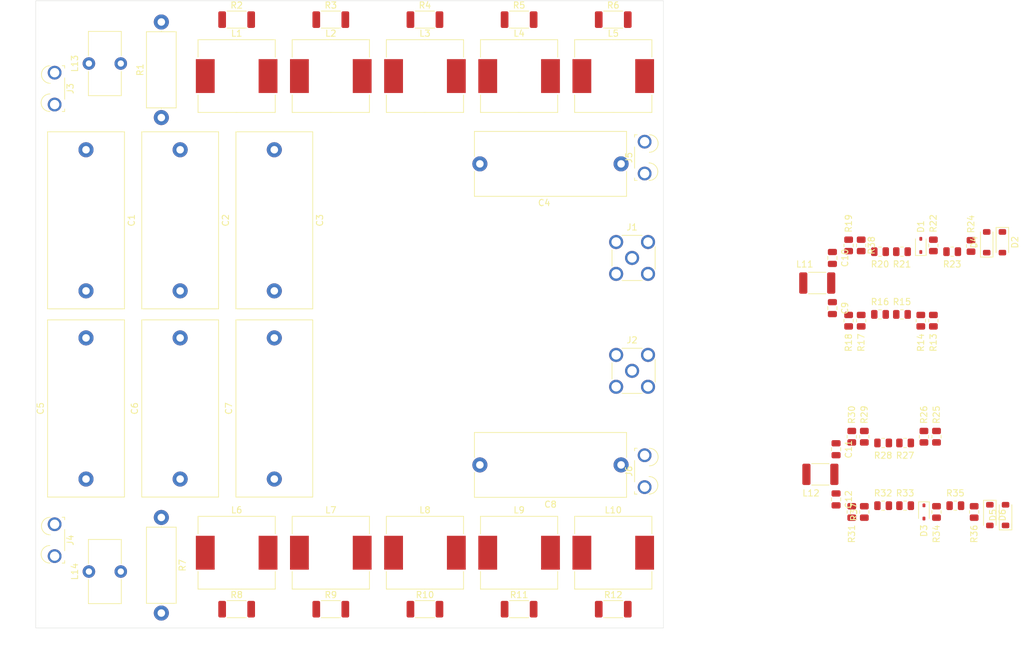
<source format=kicad_pcb>
(kicad_pcb (version 20241228) (generator "pcbnew") (generator_version "9.0")
  (layers (0 "F.Cu" signal) (2 "B.Cu" signal) (13 "F.Paste" user) (15 "B.Paste" user) (5 "F.SilkS" user "F.Silkscreen") (7 "B.SilkS" user "B.Silkscreen") (1 "F.Mask" user) (3 "B.Mask" user) (25 "Edge.Cuts" user))
  (net 0 "")
  (net 1 "Net-(C1-Pad1)")
  (net 2 "GND")
  (net 3 "Net-(C11-Pad1)")
  (net 8 "Net-(L14-Pad2)")
  (net 9 "L_det")
  (net 10 "Net-(J5-Pin_1)")
  (net 11 "Net-(L1-Pad2)")
  (net 12 "Net-(L1-Pad1)")
  (net 13 "Net-(L2-Pad2)")
  (net 14 "Net-(L3-Pad2)")
  (net 15 "Net-(L4-Pad2)")
  (net 16 "Net-(L7-Pad2)")
  (net 17 "Net-(L10-Pad1)")
  (net 18 "Net-(C10-Pad1)")
  (net 19 "N_det")
  (net 20 "Net-(C10-Pad2)")
  (net 21 "Net-(J6-Pin_1)")
  (net 22 "Net-(D2-A)")
  (net 23 "Net-(C5-Pad1)")
  (net 24 "Net-(D5-A)")
  (net 25 "Net-(C9-Pad1)")
  (net 26 "Net-(C11-Pad2)")
  (net 27 "Net-(C12-Pad2)")
  (net 28 "Net-(L6-Pad2)")
  (net 29 "Net-(L8-Pad2)")
  (net 30 "Net-(J3-Pin_1)")
  (net 31 "Net-(R15-Pad2)")
  (net 32 "Net-(R20-Pad1)")
  (net 33 "Net-(J4-Pin_1)")
  (net 34 "Net-(R27-Pad2)")
  (net 35 "Net-(R32-Pad1)")
  (net 36 "Net-(D1-A1)")
  (net 37 "Net-(D3-A1)")
  (footprint "Resistor_SMD:R_0805_2012Metric" (layer "F.Cu") (at 214.5 130.5 180)
    (property "Reference" "R35" (at 0 2 0) (layer "F.SilkS"))
    (property "Value" "12R")
    (pad "1" smd roundrect (at -0.9125 0 180) (size 1.025 1.4) (layers "F.Cu" "F.Mask" "F.Paste") (roundrect_rratio 0.243902) (net 24 "Net-(D5-A)"))
    (pad "2" smd roundrect (at 0.9125 0 180) (size 1.025 1.4) (layers "F.Cu" "F.Mask" "F.Paste") (roundrect_rratio 0.243902) (net 37 "Net-(D3-A1)"))
  )
  (footprint "a_project_library:L_Wuerth_HCC-1210" (layer "F.Cu") (at 130 62)
    (property "Reference" "L3" (at 0 -6.8 0) (layer "F.SilkS"))
    (property "Value" "10u")
    (pad "1" smd rect (at -5 0) (size 3 5.4) (layers "F.Cu" "F.Mask" "F.Paste") (net 13 "Net-(L2-Pad2)"))
    (pad "2" smd rect (at 5 0) (size 3 5.4) (layers "F.Cu" "F.Mask" "F.Paste") (net 14 "Net-(L3-Pad2)"))
  )
  (footprint "Resistor_SMD:R_0805_2012Metric" (layer "F.Cu") (at 211 101 90)
    (property "Reference" "R13" (at -3.5 0 90) (layer "F.SilkS"))
    (property "Value" "620R")
    (pad "1" smd roundrect (at -0.9125 0 90) (size 1.025 1.4) (layers "F.Cu" "F.Mask" "F.Paste") (roundrect_rratio 0.243902) (net 2 "GND"))
    (pad "2" smd roundrect (at 0.9125 0 90) (size 1.025 1.4) (layers "F.Cu" "F.Mask" "F.Paste") (roundrect_rratio 0.243902) (net 9 "L_det"))
  )
  (footprint "Resistor_SMD:R_2010_5025Metric" (layer "F.Cu") (at 145 147)
    (property "Reference" "R11" (at 0 -2.28 0) (layer "F.SilkS"))
    (property "Value" "R")
    (pad "1" smd roundrect (at -2.3125 0) (size 1.225 2.65) (layers "F.Cu" "F.Mask" "F.Paste") (roundrect_rratio 0.204082) (net 29 "Net-(L8-Pad2)"))
    (pad "2" smd roundrect (at 2.3125 0) (size 1.225 2.65) (layers "F.Cu" "F.Mask" "F.Paste") (roundrect_rratio 0.204082) (net 17 "Net-(L10-Pad1)"))
  )
  (footprint "a_project_library:L_Wuerth_HCC-1210" (layer "F.Cu") (at 100 62)
    (property "Reference" "L1" (at 0 -6.8 0) (layer "F.SilkS"))
    (property "Value" "10u")
    (pad "1" smd rect (at -5 0) (size 3 5.4) (layers "F.Cu" "F.Mask" "F.Paste") (net 12 "Net-(L1-Pad1)"))
    (pad "2" smd rect (at 5 0) (size 3 5.4) (layers "F.Cu" "F.Mask" "F.Paste") (net 11 "Net-(L1-Pad2)"))
  )
  (footprint "a_project_library:L_Wuerth_HCC-1210" (layer "F.Cu") (at 145 62)
    (property "Reference" "L4" (at 0 -6.8 0) (layer "F.SilkS"))
    (property "Value" "10u")
    (pad "1" smd rect (at -5 0) (size 3 5.4) (layers "F.Cu" "F.Mask" "F.Paste") (net 14 "Net-(L3-Pad2)"))
    (pad "2" smd rect (at 5 0) (size 3 5.4) (layers "F.Cu" "F.Mask" "F.Paste") (net 15 "Net-(L4-Pad2)"))
  )
  (footprint "Resistor_SMD:R_0805_2012Metric" (layer "F.Cu") (at 199.5 101 90)
    (property "Reference" "R17" (at -3.5 0 90) (layer "F.SilkS"))
    (property "Value" "430R")
    (pad "1" smd roundrect (at -0.9125 0 90) (size 1.025 1.4) (layers "F.Cu" "F.Mask" "F.Paste") (roundrect_rratio 0.243902) (net 2 "GND"))
    (pad "2" smd roundrect (at 0.9125 0 90) (size 1.025 1.4) (layers "F.Cu" "F.Mask" "F.Paste") (roundrect_rratio 0.243902) (net 25 "Net-(C9-Pad1)"))
  )
  (footprint "a_project_library:Faston_Tab_6.3x0.8" (layer "F.Cu") (at 71 136 90)
    (property "Reference" "J4" (at 0 2.5 90) (layer "F.SilkS"))
    (property "Value" "Conn_01x01_Pin")
    (pad "1" thru_hole circle (at -2.54 0 90) (size 2.2 2.2) (drill 1.5) (layers "*.Cu" "*.Mask" "In1.Cu" "In2.Cu" "In3.Cu" "In4.Cu" "In5.Cu" "In6.Cu" "In7.Cu" "In8.Cu" "In9.Cu" "In10.Cu" "In11.Cu" "In12.Cu" "In13.Cu" "In14.Cu" "In15.Cu" "In16.Cu" "In17.Cu" "In18.Cu" "In19.Cu" "In20.Cu" "In21.Cu" "In22.Cu" "In23.Cu" "In24.Cu" "In25.Cu" "In26.Cu" "In27.Cu" "In28.Cu" "In29.Cu" "In30.Cu") (net 33 "Net-(J4-Pin_1)"))
    (pad "1" thru_hole circle (at 2.54 0 90) (size 2.2 2.2) (drill 1.5) (layers "*.Cu" "*.Mask" "In1.Cu" "In2.Cu" "In3.Cu" "In4.Cu" "In5.Cu" "In6.Cu" "In7.Cu" "In8.Cu" "In9.Cu" "In10.Cu" "In11.Cu" "In12.Cu" "In13.Cu" "In14.Cu" "In15.Cu" "In16.Cu" "In17.Cu" "In18.Cu" "In19.Cu" "In20.Cu" "In21.Cu" "In22.Cu" "In23.Cu" "In24.Cu" "In25.Cu" "In26.Cu" "In27.Cu" "In28.Cu" "In29.Cu" "In30.Cu") (net 33 "Net-(J4-Pin_1)"))
  )
  (footprint "Resistor_SMD:R_2010_5025Metric" (layer "F.Cu") (at 130 53)
    (property "Reference" "R4" (at 0 -2.28 0) (layer "F.SilkS"))
    (property "Value" "R")
    (pad "1" smd roundrect (at -2.3125 0) (size 1.225 2.65) (layers "F.Cu" "F.Mask" "F.Paste") (roundrect_rratio 0.204082) (net 13 "Net-(L2-Pad2)"))
    (pad "2" smd roundrect (at 2.3125 0) (size 1.225 2.65) (layers "F.Cu" "F.Mask" "F.Paste") (roundrect_rratio 0.204082) (net 14 "Net-(L3-Pad2)"))
  )
  (footprint "Capacitor_THT:C_Rect_L24.0mm_W10.1mm_P22.50mm_MKT" (layer "F.Cu") (at 161.25 124 180)
    (property "Reference" "C8" (at 11.25 -6.3 0) (layer "F.SilkS"))
    (property "Value" "100n")
    (pad "1" thru_hole circle (at 0 0 180) (size 2.4 2.4) (drill 1.2) (layers "*.Cu" "*.Mask" "In1.Cu" "In2.Cu" "In3.Cu" "In4.Cu" "In5.Cu" "In6.Cu" "In7.Cu" "In8.Cu" "In9.Cu" "In10.Cu" "In11.Cu" "In12.Cu" "In13.Cu" "In14.Cu" "In15.Cu" "In16.Cu" "In17.Cu" "In18.Cu" "In19.Cu" "In20.Cu" "In21.Cu" "In22.Cu" "In23.Cu" "In24.Cu" "In25.Cu" "In26.Cu" "In27.Cu" "In28.Cu" "In29.Cu" "In30.Cu") (net 21 "Net-(J6-Pin_1)"))
    (pad "2" thru_hole circle (at 22.5 0 180) (size 2.4 2.4) (drill 1.2) (layers "*.Cu" "*.Mask" "In1.Cu" "In2.Cu" "In3.Cu" "In4.Cu" "In5.Cu" "In6.Cu" "In7.Cu" "In8.Cu" "In9.Cu" "In10.Cu" "In11.Cu" "In12.Cu" "In13.Cu" "In14.Cu" "In15.Cu" "In16.Cu" "In17.Cu" "In18.Cu" "In19.Cu" "In20.Cu" "In21.Cu" "In22.Cu" "In23.Cu" "In24.Cu" "In25.Cu" "In26.Cu" "In27.Cu" "In28.Cu" "In29.Cu" "In30.Cu") (net 19 "N_det"))
  )
  (footprint "Diode_SMD:D_SOD-323" (layer "F.Cu") (at 209 89 90)
    (property "Reference" "D1" (at 3 0 90) (layer "F.SilkS"))
    (property "Value" "D_TVS")
    (pad "1" smd roundrect (at -1.05 0 90) (size 0.6 0.45) (layers "F.Cu" "F.Mask" "F.Paste") (net 36 "Net-(D1-A1)"))
    (pad "2" smd roundrect (at 1.05 0 90) (size 0.6 0.45) (layers "F.Cu" "F.Mask" "F.Paste") (net 2 "GND"))
  )
  (footprint "Inductor_SMD:L_1812_4532Metric_Pad1.30x3.40mm_HandSolder" (layer "F.Cu") (at 192.5 95 180)
    (property "Reference" "L11" (at 2 3 0) (layer "F.SilkS"))
    (property "Value" "1m")
    (pad "1" smd roundrect (at -2.225 0 180) (size 1.3 3.4) (layers "F.Cu" "F.Mask" "F.Paste") (roundrect_rratio 0.192308) (net 18 "Net-(C10-Pad1)"))
    (pad "2" smd roundrect (at 2.225 0 180) (size 1.3 3.4) (layers "F.Cu" "F.Mask" "F.Paste") (roundrect_rratio 0.192308) (net 2 "GND"))
  )
  (footprint "Diode_SMD:D_SOD-123" (layer "F.Cu") (at 222.5 132 90)
    (property "Reference" "D5" (at 0 -2 90) (layer "F.SilkS"))
    (property "Value" "1N4150")
    (pad "1" smd roundrect (at -1.65 0 90) (size 0.9 1.2) (layers "F.Cu" "F.Mask" "F.Paste") (net 2 "GND"))
    (pad "2" smd roundrect (at 1.65 0 90) (size 0.9 1.2) (layers "F.Cu" "F.Mask" "F.Paste") (net 24 "Net-(D5-A)"))
  )
  (footprint "Resistor_SMD:R_2010_5025Metric" (layer "F.Cu") (at 160 53)
    (property "Reference" "R6" (at 0 -2.28 0) (layer "F.SilkS"))
    (property "Value" "R")
    (pad "1" smd roundrect (at -2.3125 0) (size 1.225 2.65) (layers "F.Cu" "F.Mask" "F.Paste") (roundrect_rratio 0.204082) (net 15 "Net-(L4-Pad2)"))
    (pad "2" smd roundrect (at 2.3125 0) (size 1.225 2.65) (layers "F.Cu" "F.Mask" "F.Paste") (roundrect_rratio 0.204082) (net 10 "Net-(J5-Pin_1)"))
  )
  (footprint "Resistor_SMD:R_0805_2012Metric" (layer "F.Cu") (at 202.5 100 180)
    (property "Reference" "R16" (at 0 2 0) (layer "F.SilkS"))
    (property "Value" "7R5")
    (pad "1" smd roundrect (at -0.9125 0 180) (size 1.025 1.4) (layers "F.Cu" "F.Mask" "F.Paste") (roundrect_rratio 0.243902) (net 31 "Net-(R15-Pad2)"))
    (pad "2" smd roundrect (at 0.9125 0 180) (size 1.025 1.4) (layers "F.Cu" "F.Mask" "F.Paste") (roundrect_rratio 0.243902) (net 25 "Net-(C9-Pad1)"))
  )
  (footprint "a_project_library:L_Wuerth_HCC-1210" (layer "F.Cu") (at 115 138)
    (property "Reference" "L7" (at 0 -6.8 0) (layer "F.SilkS"))
    (property "Value" "10u")
    (pad "1" smd rect (at -5 0) (size 3 5.4) (layers "F.Cu" "F.Mask" "F.Paste") (net 28 "Net-(L6-Pad2)"))
    (pad "2" smd rect (at 5 0) (size 3 5.4) (layers "F.Cu" "F.Mask" "F.Paste") (net 16 "Net-(L7-Pad2)"))
  )
  (footprint "Resistor_SMD:R_0805_2012Metric" (layer "F.Cu") (at 214 90 180)
    (property "Reference" "R23" (at 0 -2 0) (layer "F.SilkS"))
    (property "Value" "12R")
    (pad "1" smd roundrect (at -0.9125 0 180) (size 1.025 1.4) (layers "F.Cu" "F.Mask" "F.Paste") (roundrect_rratio 0.243902) (net 22 "Net-(D2-A)"))
    (pad "2" smd roundrect (at 0.9125 0 180) (size 1.025 1.4) (layers "F.Cu" "F.Mask" "F.Paste") (roundrect_rratio 0.243902) (net 36 "Net-(D1-A1)"))
  )
  (footprint "a_project_library:Faston_Tab_6.3x0.8" (layer "F.Cu") (at 71 64 90)
    (property "Reference" "J3" (at 0 2.5 90) (layer "F.SilkS"))
    (property "Value" "Conn_01x01_Pin")
    (pad "1" thru_hole circle (at -2.54 0 90) (size 2.2 2.2) (drill 1.5) (layers "*.Cu" "*.Mask" "In1.Cu" "In2.Cu" "In3.Cu" "In4.Cu" "In5.Cu" "In6.Cu" "In7.Cu" "In8.Cu" "In9.Cu" "In10.Cu" "In11.Cu" "In12.Cu" "In13.Cu" "In14.Cu" "In15.Cu" "In16.Cu" "In17.Cu" "In18.Cu" "In19.Cu" "In20.Cu" "In21.Cu" "In22.Cu" "In23.Cu" "In24.Cu" "In25.Cu" "In26.Cu" "In27.Cu" "In28.Cu" "In29.Cu" "In30.Cu") (net 30 "Net-(J3-Pin_1)"))
    (pad "1" thru_hole circle (at 2.54 0 90) (size 2.2 2.2) (drill 1.5) (layers "*.Cu" "*.Mask" "In1.Cu" "In2.Cu" "In3.Cu" "In4.Cu" "In5.Cu" "In6.Cu" "In7.Cu" "In8.Cu" "In9.Cu" "In10.Cu" "In11.Cu" "In12.Cu" "In13.Cu" "In14.Cu" "In15.Cu" "In16.Cu" "In17.Cu" "In18.Cu" "In19.Cu" "In20.Cu" "In21.Cu" "In22.Cu" "In23.Cu" "In24.Cu" "In25.Cu" "In26.Cu" "In27.Cu" "In28.Cu" "In29.Cu" "In30.Cu") (net 30 "Net-(J3-Pin_1)"))
  )
  (footprint "a_project_library:Faston_Tab_6.3x0.8" (layer "F.Cu") (at 165 125 -90)
    (property "Reference" "J6" (at 0 2.5 90) (layer "F.SilkS"))
    (property "Value" "Conn_01x01_Pin")
    (pad "1" thru_hole circle (at -2.54 0 270) (size 2.2 2.2) (drill 1.5) (layers "*.Cu" "*.Mask" "In1.Cu" "In2.Cu" "In3.Cu" "In4.Cu" "In5.Cu" "In6.Cu" "In7.Cu" "In8.Cu" "In9.Cu" "In10.Cu" "In11.Cu" "In12.Cu" "In13.Cu" "In14.Cu" "In15.Cu" "In16.Cu" "In17.Cu" "In18.Cu" "In19.Cu" "In20.Cu" "In21.Cu" "In22.Cu" "In23.Cu" "In24.Cu" "In25.Cu" "In26.Cu" "In27.Cu" "In28.Cu" "In29.Cu" "In30.Cu") (net 21 "Net-(J6-Pin_1)"))
    (pad "1" thru_hole circle (at 2.54 0 270) (size 2.2 2.2) (drill 1.5) (layers "*.Cu" "*.Mask" "In1.Cu" "In2.Cu" "In3.Cu" "In4.Cu" "In5.Cu" "In6.Cu" "In7.Cu" "In8.Cu" "In9.Cu" "In10.Cu" "In11.Cu" "In12.Cu" "In13.Cu" "In14.Cu" "In15.Cu" "In16.Cu" "In17.Cu" "In18.Cu" "In19.Cu" "In20.Cu" "In21.Cu" "In22.Cu" "In23.Cu" "In24.Cu" "In25.Cu" "In26.Cu" "In27.Cu" "In28.Cu" "In29.Cu" "In30.Cu") (net 21 "Net-(J6-Pin_1)"))
  )
  (footprint "a_project_library:L_Wuerth_HCC-1210" (layer "F.Cu") (at 160 62)
    (property "Reference" "L5" (at 0 -6.8 0) (layer "F.SilkS"))
    (property "Value" "10u")
    (pad "1" smd rect (at -5 0) (size 3 5.4) (layers "F.Cu" "F.Mask" "F.Paste") (net 15 "Net-(L4-Pad2)"))
    (pad "2" smd rect (at 5 0) (size 3 5.4) (layers "F.Cu" "F.Mask" "F.Paste") (net 10 "Net-(J5-Pin_1)"))
  )
  (footprint "Capacitor_THT:C_Rect_L28.0mm_W12.0mm_P22.50mm_MKS4" (layer "F.Cu") (at 91 126.25 90)
    (property "Reference" "C6" (at 11.25 -7.25 90) (layer "F.SilkS"))
    (property "Value" "2u7")
    (pad "1" thru_hole circle (at 0 0 90) (size 2.4 2.4) (drill 1.2) (layers "*.Cu" "*.Mask" "In1.Cu" "In2.Cu" "In3.Cu" "In4.Cu" "In5.Cu" "In6.Cu" "In7.Cu" "In8.Cu" "In9.Cu" "In10.Cu" "In11.Cu" "In12.Cu" "In13.Cu" "In14.Cu" "In15.Cu" "In16.Cu" "In17.Cu" "In18.Cu" "In19.Cu" "In20.Cu" "In21.Cu" "In22.Cu" "In23.Cu" "In24.Cu" "In25.Cu" "In26.Cu" "In27.Cu" "In28.Cu" "In29.Cu" "In30.Cu") (net 23 "Net-(C5-Pad1)"))
    (pad "2" thru_hole circle (at 22.5 0 90) (size 2.4 2.4) (drill 1.2) (layers "*.Cu" "*.Mask" "In1.Cu" "In2.Cu" "In3.Cu" "In4.Cu" "In5.Cu" "In6.Cu" "In7.Cu" "In8.Cu" "In9.Cu" "In10.Cu" "In11.Cu" "In12.Cu" "In13.Cu" "In14.Cu" "In15.Cu" "In16.Cu" "In17.Cu" "In18.Cu" "In19.Cu" "In20.Cu" "In21.Cu" "In22.Cu" "In23.Cu" "In24.Cu" "In25.Cu" "In26.Cu" "In27.Cu" "In28.Cu" "In29.Cu" "In30.Cu") (net 2 "GND"))
  )
  (footprint "Resistor_SMD:R_2010_5025Metric" (layer "F.Cu") (at 145 53)
    (property "Reference" "R5" (at 0 -2.28 0) (layer "F.SilkS"))
    (property "Value" "R")
    (pad "1" smd roundrect (at -2.3125 0) (size 1.225 2.65) (layers "F.Cu" "F.Mask" "F.Paste") (roundrect_rratio 0.204082) (net 14 "Net-(L3-Pad2)"))
    (pad "2" smd roundrect (at 2.3125 0) (size 1.225 2.65) (layers "F.Cu" "F.Mask" "F.Paste") (roundrect_rratio 0.204082) (net 15 "Net-(L4-Pad2)"))
  )
  (footprint "Capacitor_THT:C_Rect_L28.0mm_W12.0mm_P22.50mm_MKS4" (layer "F.Cu") (at 76 126.25 90)
    (property "Reference" "C5" (at 11.25 -7.25 90) (layer "F.SilkS"))
    (property "Value" "2u7")
    (pad "1" thru_hole circle (at 0 0 90) (size 2.4 2.4) (drill 1.2) (layers "*.Cu" "*.Mask" "In1.Cu" "In2.Cu" "In3.Cu" "In4.Cu" "In5.Cu" "In6.Cu" "In7.Cu" "In8.Cu" "In9.Cu" "In10.Cu" "In11.Cu" "In12.Cu" "In13.Cu" "In14.Cu" "In15.Cu" "In16.Cu" "In17.Cu" "In18.Cu" "In19.Cu" "In20.Cu" "In21.Cu" "In22.Cu" "In23.Cu" "In24.Cu" "In25.Cu" "In26.Cu" "In27.Cu" "In28.Cu" "In29.Cu" "In30.Cu") (net 23 "Net-(C5-Pad1)"))
    (pad "2" thru_hole circle (at 22.5 0 90) (size 2.4 2.4) (drill 1.2) (layers "*.Cu" "*.Mask" "In1.Cu" "In2.Cu" "In3.Cu" "In4.Cu" "In5.Cu" "In6.Cu" "In7.Cu" "In8.Cu" "In9.Cu" "In10.Cu" "In11.Cu" "In12.Cu" "In13.Cu" "In14.Cu" "In15.Cu" "In16.Cu" "In17.Cu" "In18.Cu" "In19.Cu" "In20.Cu" "In21.Cu" "In22.Cu" "In23.Cu" "In24.Cu" "In25.Cu" "In26.Cu" "In27.Cu" "In28.Cu" "In29.Cu" "In30.Cu") (net 2 "GND"))
  )
  (footprint "Resistor_SMD:R_0805_2012Metric" (layer "F.Cu") (at 202.5 90 180)
    (property "Reference" "R20" (at 0 -2 0) (layer "F.SilkS"))
    (property "Value" "15R")
    (pad "1" smd roundrect (at -0.9125 0 180) (size 1.025 1.4) (layers "F.Cu" "F.Mask" "F.Paste") (roundrect_rratio 0.243902) (net 32 "Net-(R20-Pad1)"))
    (pad "2" smd roundrect (at 0.9125 0 180) (size 1.025 1.4) (layers "F.Cu" "F.Mask" "F.Paste") (roundrect_rratio 0.243902) (net 20 "Net-(C10-Pad2)"))
  )
  (footprint "Connector_Coaxial:SMA_Molex_73251-2200_Horizontal" (layer "F.Cu") (at 163 91 -90)
    (property "Reference" "J1" (at -4.9 0 0) (layer "F.SilkS"))
    (property "Value" "Conn_Coaxial")
    (pad "1" thru_hole circle (at 0 0 270) (size 2.25 2.25) (drill 1.5) (layers "*.Cu" "*.Mask" "In1.Cu" "In2.Cu" "In3.Cu" "In4.Cu" "In5.Cu" "In6.Cu" "In7.Cu" "In8.Cu" "In9.Cu" "In10.Cu" "In11.Cu" "In12.Cu" "In13.Cu" "In14.Cu" "In15.Cu" "In16.Cu" "In17.Cu" "In18.Cu" "In19.Cu" "In20.Cu" "In21.Cu" "In22.Cu" "In23.Cu" "In24.Cu" "In25.Cu" "In26.Cu" "In27.Cu" "In28.Cu" "In29.Cu" "In30.Cu"))
    (pad "2" thru_hole circle (at -2.54 -2.54 270) (size 2.25 2.25) (drill 1.5) (layers "*.Cu" "*.Mask" "In1.Cu" "In2.Cu" "In3.Cu" "In4.Cu" "In5.Cu" "In6.Cu" "In7.Cu" "In8.Cu" "In9.Cu" "In10.Cu" "In11.Cu" "In12.Cu" "In13.Cu" "In14.Cu" "In15.Cu" "In16.Cu" "In17.Cu" "In18.Cu" "In19.Cu" "In20.Cu" "In21.Cu" "In22.Cu" "In23.Cu" "In24.Cu" "In25.Cu" "In26.Cu" "In27.Cu" "In28.Cu" "In29.Cu" "In30.Cu"))
    (pad "2" thru_hole circle (at -2.54 2.54 270) (size 2.25 2.25) (drill 1.5) (layers "*.Cu" "*.Mask" "In1.Cu" "In2.Cu" "In3.Cu" "In4.Cu" "In5.Cu" "In6.Cu" "In7.Cu" "In8.Cu" "In9.Cu" "In10.Cu" "In11.Cu" "In12.Cu" "In13.Cu" "In14.Cu" "In15.Cu" "In16.Cu" "In17.Cu" "In18.Cu" "In19.Cu" "In20.Cu" "In21.Cu" "In22.Cu" "In23.Cu" "In24.Cu" "In25.Cu" "In26.Cu" "In27.Cu" "In28.Cu" "In29.Cu" "In30.Cu"))
    (pad "2" thru_hole circle (at 2.54 -2.54 270) (size 2.25 2.25) (drill 1.5) (layers "*.Cu" "*.Mask" "In1.Cu" "In2.Cu" "In3.Cu" "In4.Cu" "In5.Cu" "In6.Cu" "In7.Cu" "In8.Cu" "In9.Cu" "In10.Cu" "In11.Cu" "In12.Cu" "In13.Cu" "In14.Cu" "In15.Cu" "In16.Cu" "In17.Cu" "In18.Cu" "In19.Cu" "In20.Cu" "In21.Cu" "In22.Cu" "In23.Cu" "In24.Cu" "In25.Cu" "In26.Cu" "In27.Cu" "In28.Cu" "In29.Cu" "In30.Cu"))
    (pad "2" thru_hole circle (at 2.54 2.54) (size 2.25 2.25) (drill 1.5) (layers "*.Cu" "*.Mask" "In1.Cu" "In2.Cu" "In3.Cu" "In4.Cu" "In5.Cu" "In6.Cu" "In7.Cu" "In8.Cu" "In9.Cu" "In10.Cu" "In11.Cu" "In12.Cu" "In13.Cu" "In14.Cu" "In15.Cu" "In16.Cu" "In17.Cu" "In18.Cu" "In19.Cu" "In20.Cu" "In21.Cu" "In22.Cu" "In23.Cu" "In24.Cu" "In25.Cu" "In26.Cu" "In27.Cu" "In28.Cu" "In29.Cu" "In30.Cu"))
  )
  (footprint "Inductor_THT:L_Toroid_Vertical_L10.0mm_W5.0mm_P5.08mm" (layer "F.Cu") (at 76.46 60 90)
    (property "Reference" "L13" (at 0 -2.25 90) (layer "F.SilkS"))
    (property "Value" "L")
    (pad "1" thru_hole circle (at 0 0 90) (size 2 2) (drill 1) (layers "*.Cu" "*.Mask" "In1.Cu" "In2.Cu" "In3.Cu" "In4.Cu" "In5.Cu" "In6.Cu" "In7.Cu" "In8.Cu" "In9.Cu" "In10.Cu" "In11.Cu" "In12.Cu" "In13.Cu" "In14.Cu" "In15.Cu" "In16.Cu" "In17.Cu" "In18.Cu" "In19.Cu" "In20.Cu" "In21.Cu" "In22.Cu" "In23.Cu" "In24.Cu" "In25.Cu" "In26.Cu" "In27.Cu" "In28.Cu" "In29.Cu" "In30.Cu") (net 30 "Net-(J3-Pin_1)"))
    (pad "2" thru_hole circle (at 0 5.08 90) (size 2 2) (drill 1) (layers "*.Cu" "*.Mask" "In1.Cu" "In2.Cu" "In3.Cu" "In4.Cu" "In5.Cu" "In6.Cu" "In7.Cu" "In8.Cu" "In9.Cu" "In10.Cu" "In11.Cu" "In12.Cu" "In13.Cu" "In14.Cu" "In15.Cu" "In16.Cu" "In17.Cu" "In18.Cu" "In19.Cu" "In20.Cu" "In21.Cu" "In22.Cu" "In23.Cu" "In24.Cu" "In25.Cu" "In26.Cu" "In27.Cu" "In28.Cu" "In29.Cu" "In30.Cu") (net 12 "Net-(L1-Pad1)"))
  )
  (footprint "Resistor_SMD:R_0805_2012Metric" (layer "F.Cu") (at 198 131.5 90)
    (property "Reference" "R31" (at -3.5 0 90) (layer "F.SilkS"))
    (property "Value" "220R")
    (pad "1" smd roundrect (at -0.9125 0 90) (size 1.025 1.4) (layers "F.Cu" "F.Mask" "F.Paste") (roundrect_rratio 0.243902) (net 2 "GND"))
    (pad "2" smd roundrect (at 0.9125 0 90) (size 1.025 1.4) (layers "F.Cu" "F.Mask" "F.Paste") (roundrect_rratio 0.243902) (net 27 "Net-(C12-Pad2)"))
  )
  (footprint "Capacitor_SMD:C_0805_2012Metric" (layer "F.Cu") (at 194.9125 99 90)
    (property "Reference" "C9" (at 0 2 90) (layer "F.SilkS"))
    (property "Value" "470n")
    (pad "1" smd roundrect (at -0.95 0 90) (size 1 1.45) (layers "F.Cu" "F.Mask" "F.Paste") (net 25 "Net-(C9-Pad1)"))
    (pad "2" smd roundrect (at 0.95 0 90) (size 1 1.45) (layers "F.Cu" "F.Mask" "F.Paste") (net 18 "Net-(C10-Pad1)"))
  )
  (footprint "Resistor_SMD:R_0805_2012Metric" (layer "F.Cu") (at 199.5 89 -90)
    (property "Reference" "R38" (at 0 -1.65 90) (layer "F.SilkS"))
    (property "Value" "220R")
    (pad "1" smd roundrect (at -0.9125 0 270) (size 1.025 1.4) (layers "F.Cu" "F.Mask" "F.Paste") (roundrect_rratio 0.243902) (net 2 "GND"))
    (pad "2" smd roundrect (at 0.9125 0 270) (size 1.025 1.4) (layers "F.Cu" "F.Mask" "F.Paste") (roundrect_rratio 0.243902) (net 20 "Net-(C10-Pad2)"))
  )
  (footprint "Resistor_SMD:R_0805_2012Metric" (layer "F.Cu") (at 197.5 89 -90)
    (property "Reference" "R19" (at -3.5 0 90) (layer "F.SilkS"))
    (property "Value" "220R")
    (pad "1" smd roundrect (at -0.9125 0 270) (size 1.025 1.4) (layers "F.Cu" "F.Mask" "F.Paste") (roundrect_rratio 0.243902) (net 2 "GND"))
    (pad "2" smd roundrect (at 0.9125 0 270) (size 1.025 1.4) (layers "F.Cu" "F.Mask" "F.Paste") (roundrect_rratio 0.243902) (net 20 "Net-(C10-Pad2)"))
  )
  (footprint "Diode_SMD:D_SOD-323" (layer "F.Cu") (at 209.5 131.5 -90)
    (property "Reference" "D3" (at 3 0 90) (layer "F.SilkS"))
    (property "Value" "D_TVS")
    (pad "1" smd roundrect (at -1.05 0 270) (size 0.6 0.45) (layers "F.Cu" "F.Mask" "F.Paste") (net 37 "Net-(D3-A1)"))
    (pad "2" smd roundrect (at 1.05 0 270) (size 0.6 0.45) (layers "F.Cu" "F.Mask" "F.Paste") (net 2 "GND"))
  )
  (footprint "Resistor_SMD:R_0805_2012Metric" (layer "F.Cu") (at 206.5 130.5 180)
    (property "Reference" "R33" (at 0 2 0) (layer "F.SilkS"))
    (property "Value" "15R")
    (pad "1" smd roundrect (at -0.9125 0 180) (size 1.025 1.4) (layers "F.Cu" "F.Mask" "F.Paste") (roundrect_rratio 0.243902) (net 37 "Net-(D3-A1)"))
    (pad "2" smd roundrect (at 0.9125 0 180) (size 1.025 1.4) (layers "F.Cu" "F.Mask" "F.Paste") (roundrect_rratio 0.243902) (net 35 "Net-(R32-Pad1)"))
  )
  (footprint "Resistor_SMD:R_0805_2012Metric" (layer "F.Cu") (at 206.5 120.5 180)
    (property "Reference" "R27" (at 0 -2 0) (layer "F.SilkS"))
    (property "Value" "10R")
    (pad "1" smd roundrect (at -0.9125 0 180) (size 1.025 1.4) (layers "F.Cu" "F.Mask" "F.Paste") (roundrect_rratio 0.243902) (net 19 "N_det"))
    (pad "2" smd roundrect (at 0.9125 0 180) (size 1.025 1.4) (layers "F.Cu" "F.Mask" "F.Paste") (roundrect_rratio 0.243902) (net 34 "Net-(R27-Pad2)"))
  )
  (footprint "Inductor_SMD:L_1812_4532Metric_Pad1.30x3.40mm_HandSolder" (layer "F.Cu") (at 193 125.5 180)
    (property "Reference" "L12" (at 1.5 -3 0) (layer "F.SilkS"))
    (property "Value" "1m")
    (pad "1" smd roundrect (at -2.225 0 180) (size 1.3 3.4) (layers "F.Cu" "F.Mask" "F.Paste") (roundrect_rratio 0.192308) (net 26 "Net-(C11-Pad2)"))
    (pad "2" smd roundrect (at 2.225 0 180) (size 1.3 3.4) (layers "F.Cu" "F.Mask" "F.Paste") (roundrect_rratio 0.192308) (net 2 "GND"))
  )
  (footprint "Resistor_SMD:R_2010_5025Metric" (layer "F.Cu") (at 130 147)
    (property "Reference" "R10" (at 0 -2.28 0) (layer "F.SilkS"))
    (property "Value" "R")
    (pad "1" smd roundrect (at -2.3125 0) (size 1.225 2.65) (layers "F.Cu" "F.Mask" "F.Paste") (roundrect_rratio 0.204082) (net 16 "Net-(L7-Pad2)"))
    (pad "2" smd roundrect (at 2.3125 0) (size 1.225 2.65) (layers "F.Cu" "F.Mask" "F.Paste") (roundrect_rratio 0.204082) (net 29 "Net-(L8-Pad2)"))
  )
  (footprint "Capacitor_SMD:C_0805_2012Metric" (layer "F.Cu") (at 195.5 129.5 -90)
    (property "Reference" "C12" (at 0 -2 90) (layer "F.SilkS"))
    (property "Value" "470n")
    (pad "1" smd roundrect (at -0.95 0 270) (size 1 1.45) (layers "F.Cu" "F.Mask" "F.Paste") (net 26 "Net-(C11-Pad2)"))
    (pad "2" smd roundrect (at 0.95 0 270) (size 1 1.45) (layers "F.Cu" "F.Mask" "F.Paste") (net 27 "Net-(C12-Pad2)"))
  )
  (footprint "Resistor_SMD:R_0805_2012Metric" (layer "F.Cu") (at 209.5 119.5 -90)
    (property "Reference" "R26" (at -3.5 0 90) (layer "F.SilkS"))
    (property "Value" "560R")
    (pad "1" smd roundrect (at -0.9125 0 270) (size 1.025 1.4) (layers "F.Cu" "F.Mask" "F.Paste") (roundrect_rratio 0.243902) (net 2 "GND"))
    (pad "2" smd roundrect (at 0.9125 0 270) (size 1.025 1.4) (layers "F.Cu" "F.Mask" "F.Paste") (roundrect_rratio 0.243902) (net 19 "N_det"))
  )
  (footprint "Resistor_SMD:R_2010_5025Metric" (layer "F.Cu") (at 100 53)
    (property "Reference" "R2" (at 0 -2.28 0) (layer "F.SilkS"))
    (property "Value" "R")
    (pad "1" smd roundrect (at -2.3125 0) (size 1.225 2.65) (layers "F.Cu" "F.Mask" "F.Paste") (roundrect_rratio 0.204082) (net 12 "Net-(L1-Pad1)"))
    (pad "2" smd roundrect (at 2.3125 0) (size 1.225 2.65) (layers "F.Cu" "F.Mask" "F.Paste") (roundrect_rratio 0.204082) (net 11 "Net-(L1-Pad2)"))
  )
  (footprint "Resistor_SMD:R_0805_2012Metric" (layer "F.Cu") (at 206 90 180)
    (property "Reference" "R21" (at 0 -2 0) (layer "F.SilkS"))
    (property "Value" "15R")
    (pad "1" smd roundrect (at -0.9125 0 180) (size 1.025 1.4) (layers "F.Cu" "F.Mask" "F.Paste") (roundrect_rratio 0.243902) (net 36 "Net-(D1-A1)"))
    (pad "2" smd roundrect (at 0.9125 0 180) (size 1.025 1.4) (layers "F.Cu" "F.Mask" "F.Paste") (roundrect_rratio 0.243902) (net 32 "Net-(R20-Pad1)"))
  )
  (footprint "Resistor_SMD:R_0805_2012Metric" (layer "F.Cu") (at 211.5 131.5 90)
    (property "Reference" "R34" (at -3.5 0 90) (layer "F.SilkS"))
    (property "Value" "127R")
    (pad "1" smd roundrect (at -0.9125 0 90) (size 1.025 1.4) (layers "F.Cu" "F.Mask" "F.Paste") (roundrect_rratio 0.243902) (net 2 "GND"))
    (pad "2" smd roundrect (at 0.9125 0 90) (size 1.025 1.4) (layers "F.Cu" "F.Mask" "F.Paste") (roundrect_rratio 0.243902) (net 37 "Net-(D3-A1)"))
  )
  (footprint "Resistor_SMD:R_2010_5025Metric" (layer "F.Cu") (at 160 147)
    (property "Reference" "R12" (at 0 -2.28 0) (layer "F.SilkS"))
    (property "Value" "R")
    (pad "1" smd roundrect (at -2.3125 0) (size 1.225 2.65) (layers "F.Cu" "F.Mask" "F.Paste") (roundrect_rratio 0.204082) (net 17 "Net-(L10-Pad1)"))
    (pad "2" smd roundrect (at 2.3125 0) (size 1.225 2.65) (layers "F.Cu" "F.Mask" "F.Paste") (roundrect_rratio 0.204082) (net 21 "Net-(J6-Pin_1)"))
  )
  (footprint "Inductor_THT:L_Toroid_Vertical_L10.0mm_W5.0mm_P5.08mm" (layer "F.Cu") (at 76.46 141 90)
    (property "Reference" "L14" (at 0 -2.25 90) (layer "F.SilkS"))
    (property "Value" "L")
    (pad "1" thru_hole circle (at 0 0 90) (size 2 2) (drill 1) (layers "*.Cu" "*.Mask" "In1.Cu" "In2.Cu" "In3.Cu" "In4.Cu" "In5.Cu" "In6.Cu" "In7.Cu" "In8.Cu" "In9.Cu" "In10.Cu" "In11.Cu" "In12.Cu" "In13.Cu" "In14.Cu" "In15.Cu" "In16.Cu" "In17.Cu" "In18.Cu" "In19.Cu" "In20.Cu" "In21.Cu" "In22.Cu" "In23.Cu" "In24.Cu" "In25.Cu" "In26.Cu" "In27.Cu" "In28.Cu" "In29.Cu" "In30.Cu") (net 33 "Net-(J4-Pin_1)"))
    (pad "2" thru_hole circle (at 0 5.08 90) (size 2 2) (drill 1) (layers "*.Cu" "*.Mask" "In1.Cu" "In2.Cu" "In3.Cu" "In4.Cu" "In5.Cu" "In6.Cu" "In7.Cu" "In8.Cu" "In9.Cu" "In10.Cu" "In11.Cu" "In12.Cu" "In13.Cu" "In14.Cu" "In15.Cu" "In16.Cu" "In17.Cu" "In18.Cu" "In19.Cu" "In20.Cu" "In21.Cu" "In22.Cu" "In23.Cu" "In24.Cu" "In25.Cu" "In26.Cu" "In27.Cu" "In28.Cu" "In29.Cu" "In30.Cu") (net 8 "Net-(L14-Pad2)"))
  )
  (footprint "Resistor_SMD:R_0805_2012Metric" (layer "F.Cu") (at 198 119.5 -90)
    (property "Reference" "R30" (at -3.5 0 90) (layer "F.SilkS"))
    (property "Value" "430R")
    (pad "1" smd roundrect (at -0.9125 0 270) (size 1.025 1.4) (layers "F.Cu" "F.Mask" "F.Paste") (roundrect_rratio 0.243902) (net 2 "GND"))
    (pad "2" smd roundrect (at 0.9125 0 270) (size 1.025 1.4) (layers "F.Cu" "F.Mask" "F.Paste") (roundrect_rratio 0.243902) (net 3 "Net-(C11-Pad1)"))
  )
  (footprint "a_project_library:Faston_Tab_6.3x0.8" (layer "F.Cu") (at 165 75 -90)
    (property "Reference" "J5" (at 0 2.5 90) (layer "F.SilkS"))
    (property "Value" "Conn_01x01_Pin")
    (pad "1" thru_hole circle (at -2.54 0 270) (size 2.2 2.2) (drill 1.5) (layers "*.Cu" "*.Mask" "In1.Cu" "In2.Cu" "In3.Cu" "In4.Cu" "In5.Cu" "In6.Cu" "In7.Cu" "In8.Cu" "In9.Cu" "In10.Cu" "In11.Cu" "In12.Cu" "In13.Cu" "In14.Cu" "In15.Cu" "In16.Cu" "In17.Cu" "In18.Cu" "In19.Cu" "In20.Cu" "In21.Cu" "In22.Cu" "In23.Cu" "In24.Cu" "In25.Cu" "In26.Cu" "In27.Cu" "In28.Cu" "In29.Cu" "In30.Cu") (net 10 "Net-(J5-Pin_1)"))
    (pad "1" thru_hole circle (at 2.54 0 270) (size 2.2 2.2) (drill 1.5) (layers "*.Cu" "*.Mask" "In1.Cu" "In2.Cu" "In3.Cu" "In4.Cu" "In5.Cu" "In6.Cu" "In7.Cu" "In8.Cu" "In9.Cu" "In10.Cu" "In11.Cu" "In12.Cu" "In13.Cu" "In14.Cu" "In15.Cu" "In16.Cu" "In17.Cu" "In18.Cu" "In19.Cu" "In20.Cu" "In21.Cu" "In22.Cu" "In23.Cu" "In24.Cu" "In25.Cu" "In26.Cu" "In27.Cu" "In28.Cu" "In29.Cu" "In30.Cu") (net 10 "Net-(J5-Pin_1)"))
  )
  (footprint "Resistor_SMD:R_0805_2012Metric" (layer "F.Cu") (at 197.5 101 90)
    (property "Reference" "R18" (at -3.5 0 90) (layer "F.SilkS"))
    (property "Value" "430R")
    (pad "1" smd roundrect (at -0.9125 0 90) (size 1.025 1.4) (layers "F.Cu" "F.Mask" "F.Paste") (roundrect_rratio 0.243902) (net 2 "GND"))
    (pad "2" smd roundrect (at 0.9125 0 90) (size 1.025 1.4) (layers "F.Cu" "F.Mask" "F.Paste") (roundrect_rratio 0.243902) (net 25 "Net-(C9-Pad1)"))
  )
  (footprint "Resistor_SMD:R_0805_2012Metric" (layer "F.Cu") (at 211 89 -90)
    (property "Reference" "R22" (at -3.5 0 90) (layer "F.SilkS"))
    (property "Value" "127R")
    (pad "1" smd roundrect (at -0.9125 0 270) (size 1.025 1.4) (layers "F.Cu" "F.Mask" "F.Paste") (roundrect_rratio 0.243902) (net 2 "GND"))
    (pad "2" smd roundrect (at 0.9125 0 270) (size 1.025 1.4) (layers "F.Cu" "F.Mask" "F.Paste") (roundrect_rratio 0.243902) (net 36 "Net-(D1-A1)"))
  )
  (footprint "a_project_library:L_Wuerth_HCC-1210" (layer "F.Cu") (at 115 62)
    (property "Reference" "L2" (at 0 -6.8 0) (layer "F.SilkS"))
    (property "Value" "10u")
    (pad "1" smd rect (at -5 0) (size 3 5.4) (layers "F.Cu" "F.Mask" "F.Paste") (net 11 "Net-(L1-Pad2)"))
    (pad "2" smd rect (at 5 0) (size 3 5.4) (layers "F.Cu" "F.Mask" "F.Paste") (net 13 "Net-(L2-Pad2)"))
  )
  (footprint "a_project_library:L_Wuerth_HCC-1210" (layer "F.Cu") (at 160 138)
    (property "Reference" "L10" (at 0 -6.8 0) (layer "F.SilkS"))
    (property "Value" "10u")
    (pad "1" smd rect (at -5 0) (size 3 5.4) (layers "F.Cu" "F.Mask" "F.Paste") (net 17 "Net-(L10-Pad1)"))
    (pad "2" smd rect (at 5 0) (size 3 5.4) (layers "F.Cu" "F.Mask" "F.Paste") (net 21 "Net-(J6-Pin_1)"))
  )
  (footprint "Resistor_SMD:R_0805_2012Metric" (layer "F.Cu") (at 200 119.5 -90)
    (property "Reference" "R29" (at -3.5 0 90) (layer "F.SilkS"))
    (property "Value" "430R")
    (pad "1" smd roundrect (at -0.9125 0 270) (size 1.025 1.4) (layers "F.Cu" "F.Mask" "F.Paste") (roundrect_rratio 0.243902) (net 2 "GND"))
    (pad "2" smd roundrect (at 0.9125 0 270) (size 1.025 1.4) (layers "F.Cu" "F.Mask" "F.Paste") (roundrect_rratio 0.243902) (net 3 "Net-(C11-Pad1)"))
  )
  (footprint "a_project_library:L_Wuerth_HCC-1210" (layer "F.Cu") (at 130 138)
    (property "Reference" "L8" (at 0 -6.8 0) (layer "F.SilkS"))
    (property "Value" "10u")
    (pad "1" smd rect (at -5 0) (size 3 5.4) (layers "F.Cu" "F.Mask" "F.Paste") (net 16 "Net-(L7-Pad2)"))
    (pad "2" smd rect (at 5 0) (size 3 5.4) (layers "F.Cu" "F.Mask" "F.Paste") (net 29 "Net-(L8-Pad2)"))
  )
  (footprint "Resistor_SMD:R_0805_2012Metric" (layer "F.Cu") (at 211.5 119.5 -90)
    (property "Reference" "R25" (at -3.5 0 90) (layer "F.SilkS"))
    (property "Value" "620R")
    (pad "1" smd roundrect (at -0.9125 0 270) (size 1.025 1.4) (layers "F.Cu" "F.Mask" "F.Paste") (roundrect_rratio 0.243902) (net 2 "GND"))
    (pad "2" smd roundrect (at 0.9125 0 270) (size 1.025 1.4) (layers "F.Cu" "F.Mask" "F.Paste") (roundrect_rratio 0.243902) (net 19 "N_det"))
  )
  (footprint "Capacitor_THT:C_Rect_L28.0mm_W12.0mm_P22.50mm_MKS4" (layer "F.Cu") (at 106 126.25 90)
    (property "Reference" "C7" (at 11.25 -7.25 90) (layer "F.SilkS"))
    (property "Value" "2u7")
    (pad "1" thru_hole circle (at 0 0 90) (size 2.4 2.4) (drill 1.2) (layers "*.Cu" "*.Mask" "In1.Cu" "In2.Cu" "In3.Cu" "In4.Cu" "In5.Cu" "In6.Cu" "In7.Cu" "In8.Cu" "In9.Cu" "In10.Cu" "In11.Cu" "In12.Cu" "In13.Cu" "In14.Cu" "In15.Cu" "In16.Cu" "In17.Cu" "In18.Cu" "In19.Cu" "In20.Cu" "In21.Cu" "In22.Cu" "In23.Cu" "In24.Cu" "In25.Cu" "In26.Cu" "In27.Cu" "In28.Cu" "In29.Cu" "In30.Cu") (net 23 "Net-(C5-Pad1)"))
    (pad "2" thru_hole circle (at 22.5 0 90) (size 2.4 2.4) (drill 1.2) (layers "*.Cu" "*.Mask" "In1.Cu" "In2.Cu" "In3.Cu" "In4.Cu" "In5.Cu" "In6.Cu" "In7.Cu" "In8.Cu" "In9.Cu" "In10.Cu" "In11.Cu" "In12.Cu" "In13.Cu" "In14.Cu" "In15.Cu" "In16.Cu" "In17.Cu" "In18.Cu" "In19.Cu" "In20.Cu" "In21.Cu" "In22.Cu" "In23.Cu" "In24.Cu" "In25.Cu" "In26.Cu" "In27.Cu" "In28.Cu" "In29.Cu" "In30.Cu") (net 2 "GND"))
  )
  (footprint "Resistor_THT:R_Axial_DIN0414_L11.9mm_D4.5mm_P15.24mm_Horizontal" (layer "F.Cu") (at 88 132.38 -90)
    (property "Reference" "R7" (at 7.62 -3.37 90) (layer "F.SilkS"))
    (property "Value" "5R")
    (pad "1" thru_hole circle (at 0 0 270) (size 2.4 2.4) (drill 1.2) (layers "*.Cu" "*.Mask" "In1.Cu" "In2.Cu" "In3.Cu" "In4.Cu" "In5.Cu" "In6.Cu" "In7.Cu" "In8.Cu" "In9.Cu" "In10.Cu" "In11.Cu" "In12.Cu" "In13.Cu" "In14.Cu" "In15.Cu" "In16.Cu" "In17.Cu" "In18.Cu" "In19.Cu" "In20.Cu" "In21.Cu" "In22.Cu" "In23.Cu" "In24.Cu" "In25.Cu" "In26.Cu" "In27.Cu" "In28.Cu" "In29.Cu" "In30.Cu") (net 23 "Net-(C5-Pad1)"))
    (pad "2" thru_hole oval (at 15.24 0 270) (size 2.4 2.4) (drill 1.2) (layers "*.Cu" "*.Mask" "In1.Cu" "In2.Cu" "In3.Cu" "In4.Cu" "In5.Cu" "In6.Cu" "In7.Cu" "In8.Cu" "In9.Cu" "In10.Cu" "In11.Cu" "In12.Cu" "In13.Cu" "In14.Cu" "In15.Cu" "In16.Cu" "In17.Cu" "In18.Cu" "In19.Cu" "In20.Cu" "In21.Cu" "In22.Cu" "In23.Cu" "In24.Cu" "In25.Cu" "In26.Cu" "In27.Cu" "In28.Cu" "In29.Cu" "In30.Cu") (net 8 "Net-(L14-Pad2)"))
  )
  (footprint "Resistor_SMD:R_2010_5025Metric" (layer "F.Cu") (at 115 147)
    (property "Reference" "R9" (at 0 -2.28 0) (layer "F.SilkS"))
    (property "Value" "R")
    (pad "1" smd roundrect (at -2.3125 0) (size 1.225 2.65) (layers "F.Cu" "F.Mask" "F.Paste") (roundrect_rratio 0.204082) (net 28 "Net-(L6-Pad2)"))
    (pad "2" smd roundrect (at 2.3125 0) (size 1.225 2.65) (layers "F.Cu" "F.Mask" "F.Paste") (roundrect_rratio 0.204082) (net 16 "Net-(L7-Pad2)"))
  )
  (footprint "Connector_Coaxial:SMA_Molex_73251-2200_Horizontal" (layer "F.Cu") (at 163 109 -90)
    (property "Reference" "J2" (at -4.9 0 0) (layer "F.SilkS"))
    (property "Value" "Conn_Coaxial")
    (pad "1" thru_hole circle (at 0 0 270) (size 2.25 2.25) (drill 1.5) (layers "*.Cu" "*.Mask" "In1.Cu" "In2.Cu" "In3.Cu" "In4.Cu" "In5.Cu" "In6.Cu" "In7.Cu" "In8.Cu" "In9.Cu" "In10.Cu" "In11.Cu" "In12.Cu" "In13.Cu" "In14.Cu" "In15.Cu" "In16.Cu" "In17.Cu" "In18.Cu" "In19.Cu" "In20.Cu" "In21.Cu" "In22.Cu" "In23.Cu" "In24.Cu" "In25.Cu" "In26.Cu" "In27.Cu" "In28.Cu" "In29.Cu" "In30.Cu"))
    (pad "2" thru_hole circle (at -2.54 -2.54 270) (size 2.25 2.25) (drill 1.5) (layers "*.Cu" "*.Mask" "In1.Cu" "In2.Cu" "In3.Cu" "In4.Cu" "In5.Cu" "In6.Cu" "In7.Cu" "In8.Cu" "In9.Cu" "In10.Cu" "In11.Cu" "In12.Cu" "In13.Cu" "In14.Cu" "In15.Cu" "In16.Cu" "In17.Cu" "In18.Cu" "In19.Cu" "In20.Cu" "In21.Cu" "In22.Cu" "In23.Cu" "In24.Cu" "In25.Cu" "In26.Cu" "In27.Cu" "In28.Cu" "In29.Cu" "In30.Cu"))
    (pad "2" thru_hole circle (at -2.54 2.54 270) (size 2.25 2.25) (drill 1.5) (layers "*.Cu" "*.Mask" "In1.Cu" "In2.Cu" "In3.Cu" "In4.Cu" "In5.Cu" "In6.Cu" "In7.Cu" "In8.Cu" "In9.Cu" "In10.Cu" "In11.Cu" "In12.Cu" "In13.Cu" "In14.Cu" "In15.Cu" "In16.Cu" "In17.Cu" "In18.Cu" "In19.Cu" "In20.Cu" "In21.Cu" "In22.Cu" "In23.Cu" "In24.Cu" "In25.Cu" "In26.Cu" "In27.Cu" "In28.Cu" "In29.Cu" "In30.Cu"))
    (pad "2" thru_hole circle (at 2.54 -2.54 270) (size 2.25 2.25) (drill 1.5) (layers "*.Cu" "*.Mask" "In1.Cu" "In2.Cu" "In3.Cu" "In4.Cu" "In5.Cu" "In6.Cu" "In7.Cu" "In8.Cu" "In9.Cu" "In10.Cu" "In11.Cu" "In12.Cu" "In13.Cu" "In14.Cu" "In15.Cu" "In16.Cu" "In17.Cu" "In18.Cu" "In19.Cu" "In20.Cu" "In21.Cu" "In22.Cu" "In23.Cu" "In24.Cu" "In25.Cu" "In26.Cu" "In27.Cu" "In28.Cu" "In29.Cu" "In30.Cu"))
    (pad "2" thru_hole circle (at 2.54 2.54) (size 2.25 2.25) (drill 1.5) (layers "*.Cu" "*.Mask" "In1.Cu" "In2.Cu" "In3.Cu" "In4.Cu" "In5.Cu" "In6.Cu" "In7.Cu" "In8.Cu" "In9.Cu" "In10.Cu" "In11.Cu" "In12.Cu" "In13.Cu" "In14.Cu" "In15.Cu" "In16.Cu" "In17.Cu" "In18.Cu" "In19.Cu" "In20.Cu" "In21.Cu" "In22.Cu" "In23.Cu" "In24.Cu" "In25.Cu" "In26.Cu" "In27.Cu" "In28.Cu" "In29.Cu" "In30.Cu"))
  )
  (footprint "a_project_library:L_Wuerth_HCC-1210" (layer "F.Cu") (at 100 138)
    (property "Reference" "L6" (at 0 -6.8 0) (layer "F.SilkS"))
    (property "Value" "10u")
    (pad "1" smd rect (at -5 0) (size 3 5.4) (layers "F.Cu" "F.Mask" "F.Paste") (net 8 "Net-(L14-Pad2)"))
    (pad "2" smd rect (at 5 0) (size 3 5.4) (layers "F.Cu" "F.Mask" "F.Paste") (net 28 "Net-(L6-Pad2)"))
  )
  (footprint "Capacitor_THT:C_Rect_L24.0mm_W10.1mm_P22.50mm_MKT" (layer "F.Cu") (at 161.25 76 180)
    (property "Reference" "C4" (at 12.25 -6.2125 0) (layer "F.SilkS"))
    (property "Value" "100n")
    (pad "1" thru_hole circle (at 0 0 180) (size 2.4 2.4) (drill 1.2) (layers "*.Cu" "*.Mask" "In1.Cu" "In2.Cu" "In3.Cu" "In4.Cu" "In5.Cu" "In6.Cu" "In7.Cu" "In8.Cu" "In9.Cu" "In10.Cu" "In11.Cu" "In12.Cu" "In13.Cu" "In14.Cu" "In15.Cu" "In16.Cu" "In17.Cu" "In18.Cu" "In19.Cu" "In20.Cu" "In21.Cu" "In22.Cu" "In23.Cu" "In24.Cu" "In25.Cu" "In26.Cu" "In27.Cu" "In28.Cu" "In29.Cu" "In30.Cu") (net 10 "Net-(J5-Pin_1)"))
    (pad "2" thru_hole circle (at 22.5 0 180) (size 2.4 2.4) (drill 1.2) (layers "*.Cu" "*.Mask" "In1.Cu" "In2.Cu" "In3.Cu" "In4.Cu" "In5.Cu" "In6.Cu" "In7.Cu" "In8.Cu" "In9.Cu" "In10.Cu" "In11.Cu" "In12.Cu" "In13.Cu" "In14.Cu" "In15.Cu" "In16.Cu" "In17.Cu" "In18.Cu" "In19.Cu" "In20.Cu" "In21.Cu" "In22.Cu" "In23.Cu" "In24.Cu" "In25.Cu" "In26.Cu" "In27.Cu" "In28.Cu" "In29.Cu" "In30.Cu") (net 9 "L_det"))
  )
  (footprint "Resistor_THT:R_Axial_DIN0414_L11.9mm_D4.5mm_P15.24mm_Horizontal" (layer "F.Cu") (at 88 68.62 90)
    (property "Reference" "R1" (at 7.62 -3.37 90) (layer "F.SilkS"))
    (property "Value" "5R")
    (pad "1" thru_hole circle (at 0 0 90) (size 2.4 2.4) (drill 1.2) (layers "*.Cu" "*.Mask" "In1.Cu" "In2.Cu" "In3.Cu" "In4.Cu" "In5.Cu" "In6.Cu" "In7.Cu" "In8.Cu" "In9.Cu" "In10.Cu" "In11.Cu" "In12.Cu" "In13.Cu" "In14.Cu" "In15.Cu" "In16.Cu" "In17.Cu" "In18.Cu" "In19.Cu" "In20.Cu" "In21.Cu" "In22.Cu" "In23.Cu" "In24.Cu" "In25.Cu" "In26.Cu" "In27.Cu" "In28.Cu" "In29.Cu" "In30.Cu") (net 1 "Net-(C1-Pad1)"))
    (pad "2" thru_hole oval (at 15.24 0 90) (size 2.4 2.4) (drill 1.2) (layers "*.Cu" "*.Mask" "In1.Cu" "In2.Cu" "In3.Cu" "In4.Cu" "In5.Cu" "In6.Cu" "In7.Cu" "In8.Cu" "In9.Cu" "In10.Cu" "In11.Cu" "In12.Cu" "In13.Cu" "In14.Cu" "In15.Cu" "In16.Cu" "In17.Cu" "In18.Cu" "In19.Cu" "In20.Cu" "In21.Cu" "In22.Cu" "In23.Cu" "In24.Cu" "In25.Cu" "In26.Cu" "In27.Cu" "In28.Cu" "In29.Cu" "In30.Cu") (net 12 "Net-(L1-Pad1)"))
  )
  (footprint "Resistor_SMD:R_0805_2012Metric" (layer "F.Cu") (at 209 101 90)
    (property "Reference" "R14" (at -3.5 0 90) (layer "F.SilkS"))
    (property "Value" "560R")
    (pad "1" smd roundrect (at -0.9125 0 90) (size 1.025 1.4) (layers "F.Cu" "F.Mask" "F.Paste") (roundrect_rratio 0.243902) (net 2 "GND"))
    (pad "2" smd roundrect (at 0.9125 0 90) (size 1.025 1.4) (layers "F.Cu" "F.Mask" "F.Paste") (roundrect_rratio 0.243902) (net 9 "L_det"))
  )
  (footprint "Capacitor_SMD:C_0805_2012Metric" (layer "F.Cu") (at 194.9125 91 90)
    (property "Reference" "C10" (at 0 2 90) (layer "F.SilkS"))
    (property "Value" "470n")
    (pad "1" smd roundrect (at -0.95 0 90) (size 1 1.45) (layers "F.Cu" "F.Mask" "F.Paste") (net 18 "Net-(C10-Pad1)"))
    (pad "2" smd roundrect (at 0.95 0 90) (size 1 1.45) (layers "F.Cu" "F.Mask" "F.Paste") (net 20 "Net-(C10-Pad2)"))
  )
  (footprint "Capacitor_THT:C_Rect_L28.0mm_W12.0mm_P22.50mm_MKS4" (layer "F.Cu") (at 76 73.75 -90)
    (property "Reference" "C1" (at 11.25 -7.25 90) (layer "F.SilkS"))
    (property "Value" "2u7")
    (pad "1" thru_hole circle (at 0 0 270) (size 2.4 2.4) (drill 1.2) (layers "*.Cu" "*.Mask" "In1.Cu" "In2.Cu" "In3.Cu" "In4.Cu" "In5.Cu" "In6.Cu" "In7.Cu" "In8.Cu" "In9.Cu" "In10.Cu" "In11.Cu" "In12.Cu" "In13.Cu" "In14.Cu" "In15.Cu" "In16.Cu" "In17.Cu" "In18.Cu" "In19.Cu" "In20.Cu" "In21.Cu" "In22.Cu" "In23.Cu" "In24.Cu" "In25.Cu" "In26.Cu" "In27.Cu" "In28.Cu" "In29.Cu" "In30.Cu") (net 1 "Net-(C1-Pad1)"))
    (pad "2" thru_hole circle (at 22.5 0 270) (size 2.4 2.4) (drill 1.2) (layers "*.Cu" "*.Mask" "In1.Cu" "In2.Cu" "In3.Cu" "In4.Cu" "In5.Cu" "In6.Cu" "In7.Cu" "In8.Cu" "In9.Cu" "In10.Cu" "In11.Cu" "In12.Cu" "In13.Cu" "In14.Cu" "In15.Cu" "In16.Cu" "In17.Cu" "In18.Cu" "In19.Cu" "In20.Cu" "In21.Cu" "In22.Cu" "In23.Cu" "In24.Cu" "In25.Cu" "In26.Cu" "In27.Cu" "In28.Cu" "In29.Cu" "In30.Cu") (net 2 "GND"))
  )
  (footprint "Capacitor_SMD:C_0805_2012Metric" (layer "F.Cu") (at 195.5 121.5 -90)
    (property "Reference" "C11" (at 0 -2 90) (layer "F.SilkS"))
    (property "Value" "470n")
    (pad "1" smd roundrect (at -0.95 0 270) (size 1 1.45) (layers "F.Cu" "F.Mask" "F.Paste") (net 3 "Net-(C11-Pad1)"))
    (pad "2" smd roundrect (at 0.95 0 270) (size 1 1.45) (layers "F.Cu" "F.Mask" "F.Paste") (net 26 "Net-(C11-Pad2)"))
  )
  (footprint "Diode_SMD:D_SOD-123" (layer "F.Cu") (at 219.5 88.5 90)
    (property "Reference" "D4" (at 0 -2 90) (layer "F.SilkS"))
    (property "Value" "1N4150")
    (pad "1" smd roundrect (at -1.65 0 90) (size 0.9 1.2) (layers "F.Cu" "F.Mask" "F.Paste") (net 22 "Net-(D2-A)"))
    (pad "2" smd roundrect (at 1.65 0 90) (size 0.9 1.2) (layers "F.Cu" "F.Mask" "F.Paste") (net 2 "GND"))
  )
  (footprint "Resistor_SMD:R_0805_2012Metric" (layer "F.Cu") (at 206 100 180)
    (property "Reference" "R15" (at 0 2 0) (layer "F.SilkS"))
    (property "Value" "10R")
    (pad "1" smd roundrect (at -0.9125 0 180) (size 1.025 1.4) (layers "F.Cu" "F.Mask" "F.Paste") (roundrect_rratio 0.243902) (net 9 "L_det"))
    (pad "2" smd roundrect (at 0.9125 0 180) (size 1.025 1.4) (layers "F.Cu" "F.Mask" "F.Paste") (roundrect_rratio 0.243902) (net 31 "Net-(R15-Pad2)"))
  )
  (footprint "Resistor_SMD:R_0805_2012Metric" (layer "F.Cu") (at 200 131.5 90)
    (property "Reference" "R37" (at 0 -1.65 90) (layer "F.SilkS"))
    (property "Value" "220R")
    (pad "1" smd roundrect (at -0.9125 0 90) (size 1.025 1.4) (layers "F.Cu" "F.Mask" "F.Paste") (roundrect_rratio 0.243902) (net 2 "GND"))
    (pad "2" smd roundrect (at 0.9125 0 90) (size 1.025 1.4) (layers "F.Cu" "F.Mask" "F.Paste") (roundrect_rratio 0.243902) (net 27 "Net-(C12-Pad2)"))
  )
  (footprint "a_project_library:L_Wuerth_HCC-1210" (layer "F.Cu") (at 145 138)
    (property "Reference" "L9" (at 0 -6.8 0) (layer "F.SilkS"))
    (property "Value" "10u")
    (pad "1" smd rect (at -5 0) (size 3 5.4) (layers "F.Cu" "F.Mask" "F.Paste") (net 29 "Net-(L8-Pad2)"))
    (pad "2" smd rect (at 5 0) (size 3 5.4) (layers "F.Cu" "F.Mask" "F.Paste") (net 17 "Net-(L10-Pad1)"))
  )
  (footprint "Resistor_SMD:R_2010_5025Metric" (layer "F.Cu") (at 100 147)
    (property "Reference" "R8" (at 0 -2.28 0) (layer "F.SilkS"))
    (property "Value" "R")
    (pad "1" smd roundrect (at -2.3125 0) (size 1.225 2.65) (layers "F.Cu" "F.Mask" "F.Paste") (roundrect_rratio 0.204082) (net 8 "Net-(L14-Pad2)"))
    (pad "2" smd roundrect (at 2.3125 0) (size 1.225 2.65) (layers "F.Cu" "F.Mask" "F.Paste") (roundrect_rratio 0.204082) (net 28 "Net-(L6-Pad2)"))
  )
  (footprint "Resistor_SMD:R_0805_2012Metric" (layer "F.Cu") (at 203 120.5 180)
    (property "Reference" "R28" (at 0 -2 0) (layer "F.SilkS"))
    (property "Value" "7R5")
    (pad "1" smd roundrect (at -0.9125 0 180) (size 1.025 1.4) (layers "F.Cu" "F.Mask" "F.Paste") (roundrect_rratio 0.243902) (net 34 "Net-(R27-Pad2)"))
    (pad "2" smd roundrect (at 0.9125 0 180) (size 1.025 1.4) (layers "F.Cu" "F.Mask" "F.Paste") (roundrect_rratio 0.243902) (net 3 "Net-(C11-Pad1)"))
  )
  (footprint "Resistor_SMD:R_0805_2012Metric" (layer "F.Cu") (at 217.5 131.5 90)
    (property "Reference" "R36" (at -3.5 0 90) (layer "F.SilkS"))
    (property "Value" "430R")
    (pad "1" smd roundrect (at -0.9125 0 90) (size 1.025 1.4) (layers "F.Cu" "F.Mask" "F.Paste") (roundrect_rratio 0.243902) (net 2 "GND"))
    (pad "2" smd roundrect (at 0.9125 0 90) (size 1.025 1.4) (layers "F.Cu" "F.Mask" "F.Paste") (roundrect_rratio 0.243902) (net 24 "Net-(D5-A)"))
  )
  (footprint "Diode_SMD:D_SOD-123" (layer "F.Cu") (at 222 88.5 -90)
    (property "Reference" "D2" (at 0 -2 90) (layer "F.SilkS"))
    (property "Value" "1N4150")
    (pad "1" smd roundrect (at -1.65 0 270) (size 0.9 1.2) (layers "F.Cu" "F.Mask" "F.Paste") (net 2 "GND"))
    (pad "2" smd roundrect (at 1.65 0 270) (size 0.9 1.2) (layers "F.Cu" "F.Mask" "F.Paste") (net 22 "Net-(D2-A)"))
  )
  (footprint "Capacitor_THT:C_Rect_L28.0mm_W12.0mm_P22.50mm_MKS4" (layer "F.Cu") (at 91 73.75 -90)
    (property "Reference" "C2" (at 11.25 -7.25 90) (layer "F.SilkS"))
    (property "Value" "2u7")
    (pad "1" thru_hole circle (at 0 0 270) (size 2.4 2.4) (drill 1.2) (layers "*.Cu" "*.Mask" "In1.Cu" "In2.Cu" "In3.Cu" "In4.Cu" "In5.Cu" "In6.Cu" "In7.Cu" "In8.Cu" "In9.Cu" "In10.Cu" "In11.Cu" "In12.Cu" "In13.Cu" "In14.Cu" "In15.Cu" "In16.Cu" "In17.Cu" "In18.Cu" "In19.Cu" "In20.Cu" "In21.Cu" "In22.Cu" "In23.Cu" "In24.Cu" "In25.Cu" "In26.Cu" "In27.Cu" "In28.Cu" "In29.Cu" "In30.Cu") (net 1 "Net-(C1-Pad1)"))
    (pad "2" thru_hole circle (at 22.5 0 270) (size 2.4 2.4) (drill 1.2) (layers "*.Cu" "*.Mask" "In1.Cu" "In2.Cu" "In3.Cu" "In4.Cu" "In5.Cu" "In6.Cu" "In7.Cu" "In8.Cu" "In9.Cu" "In10.Cu" "In11.Cu" "In12.Cu" "In13.Cu" "In14.Cu" "In15.Cu" "In16.Cu" "In17.Cu" "In18.Cu" "In19.Cu" "In20.Cu" "In21.Cu" "In22.Cu" "In23.Cu" "In24.Cu" "In25.Cu" "In26.Cu" "In27.Cu" "In28.Cu" "In29.Cu" "In30.Cu") (net 2 "GND"))
  )
  (footprint "Resistor_SMD:R_0805_2012Metric" (layer "F.Cu") (at 217 89.0875 -90)
    (property "Reference" "R24" (at -3.5 0 90) (layer "F.SilkS"))
    (property "Value" "430R")
    (pad "1" smd roundrect (at -0.9125 0 270) (size 1.025 1.4) (layers "F.Cu" "F.Mask" "F.Paste") (roundrect_rratio 0.243902) (net 2 "GND"))
    (pad "2" smd roundrect (at 0.9125 0 270) (size 1.025 1.4) (layers "F.Cu" "F.Mask" "F.Paste") (roundrect_rratio 0.243902) (net 22 "Net-(D2-A)"))
  )
  (footprint "Capacitor_THT:C_Rect_L28.0mm_W12.0mm_P22.50mm_MKS4" (layer "F.Cu") (at 106 73.75 -90)
    (property "Reference" "C3" (at 11.25 -7.25 90) (layer "F.SilkS"))
    (property "Value" "2u7")
    (pad "1" thru_hole circle (at 0 0 270) (size 2.4 2.4) (drill 1.2) (layers "*.Cu" "*.Mask" "In1.Cu" "In2.Cu" "In3.Cu" "In4.Cu" "In5.Cu" "In6.Cu" "In7.Cu" "In8.Cu" "In9.Cu" "In10.Cu" "In11.Cu" "In12.Cu" "In13.Cu" "In14.Cu" "In15.Cu" "In16.Cu" "In17.Cu" "In18.Cu" "In19.Cu" "In20.Cu" "In21.Cu" "In22.Cu" "In23.Cu" "In24.Cu" "In25.Cu" "In26.Cu" "In27.Cu" "In28.Cu" "In29.Cu" "In30.Cu") (net 1 "Net-(C1-Pad1)"))
    (pad "2" thru_hole circle (at 22.5 0 270) (size 2.4 2.4) (drill 1.2) (layers "*.Cu" "*.Mask" "In1.Cu" "In2.Cu" "In3.Cu" "In4.Cu" "In5.Cu" "In6.Cu" "In7.Cu" "In8.Cu" "In9.Cu" "In10.Cu" "In11.Cu" "In12.Cu" "In13.Cu" "In14.Cu" "In15.Cu" "In16.Cu" "In17.Cu" "In18.Cu" "In19.Cu" "In20.Cu" "In21.Cu" "In22.Cu" "In23.Cu" "In24.Cu" "In25.Cu" "In26.Cu" "In27.Cu" "In28.Cu" "In29.Cu" "In30.Cu") (net 2 "GND"))
  )
  (footprint "Resistor_SMD:R_2010_5025Metric" (layer "F.Cu") (at 115 53)
    (property "Reference" "R3" (at 0 -2.28 0) (layer "F.SilkS"))
    (property "Value" "R")
    (pad "1" smd roundrect (at -2.3125 0) (size 1.225 2.65) (layers "F.Cu" "F.Mask" "F.Paste") (roundrect_rratio 0.204082) (net 11 "Net-(L1-Pad2)"))
    (pad "2" smd roundrect (at 2.3125 0) (size 1.225 2.65) (layers "F.Cu" "F.Mask" "F.Paste") (roundrect_rratio 0.204082) (net 13 "Net-(L2-Pad2)"))
  )
  (footprint "Diode_SMD:D_SOD-123" (layer "F.Cu") (at 220 132 -90)
    (property "Reference" "D6" (at 0 -2 90) (layer "F.SilkS"))
    (property "Value" "1N4150")
    (pad "1" smd roundrect (at -1.65 0 270) (size 0.9 1.2) (layers "F.Cu" "F.Mask" "F.Paste") (net 24 "Net-(D5-A)"))
    (pad "2" smd roundrect (at 1.65 0 270) (size 0.9 1.2) (layers "F.Cu" "F.Mask" "F.Paste") (net 2 "GND"))
  )
  (footprint "Resistor_SMD:R_0805_2012Metric" (layer "F.Cu") (at 203 130.5 180)
    (property "Reference" "R32" (at 0 2 0) (layer "F.SilkS"))
    (property "Value" "15R")
    (pad "1" smd roundrect (at -0.9125 0 180) (size 1.025 1.4) (layers "F.Cu" "F.Mask" "F.Paste") (roundrect_rratio 0.243902) (net 35 "Net-(R32-Pad1)"))
    (pad "2" smd roundrect (at 0.9125 0 180) (size 1.025 1.4) (layers "F.Cu" "F.Mask" "F.Paste") (roundrect_rratio 0.243902) (net 27 "Net-(C12-Pad2)"))
  )
  (gr_rect (start 68 50) (end 168 150) (stroke (width 0.05)) (fill no) (layer "Edge.Cuts"))
)
</source>
